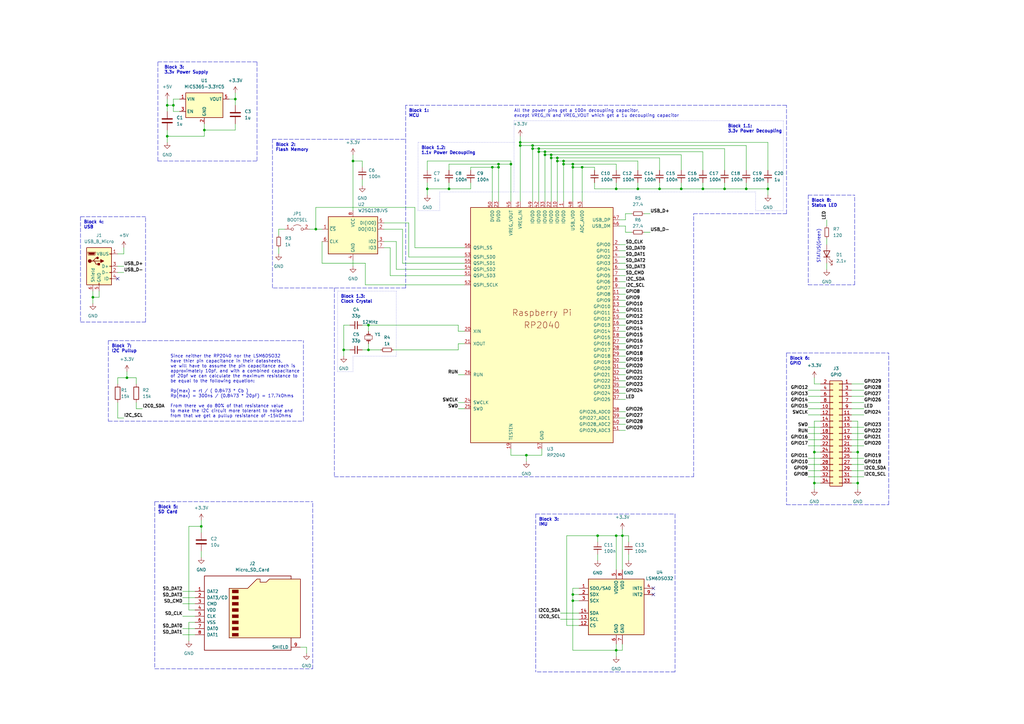
<source format=kicad_sch>
(kicad_sch (version 20211123) (generator eeschema)
  (paper "A3")
  (title_block (title "Ms Baker Prototype") (date "2022-08-19") (rev "3"))
  (junction (at 38.1 121.92))
  (junction (at 252.73 266.7))
  (junction (at 218.44 59.69))
  (junction (at 96.52 40.64))
  (junction (at 204.47 68.58))
  (junction (at 234.95 67.31))
  (junction (at 306.07 77.47))
  (junction (at 270.51 77.47))
  (junction (at 213.36 58.42))
  (junction (at 226.06 64.77))
  (junction (at 129.54 93.98))
  (junction (at 297.18 77.47))
  (junction (at 279.4 77.47))
  (junction (at 71.12 43.18))
  (junction (at 52.07 154.94))
  (junction (at 140.97 143.51))
  (junction (at 228.6 66.04))
  (junction (at 175.26 77.47))
  (junction (at 83.82 53.34))
  (junction (at 184.15 77.47))
  (junction (at 245.11 219.71))
  (junction (at 238.76 68.58))
  (junction (at 223.52 63.5))
  (junction (at 213.36 59.69))
  (junction (at 351.79 198.12))
  (junction (at 231.14 67.31))
  (junction (at 252.73 77.47))
  (junction (at 144.78 66.04))
  (junction (at 255.27 219.71))
  (junction (at 334.01 198.12))
  (junction (at 201.93 68.58))
  (junction (at 218.44 60.96))
  (junction (at 351.79 185.42))
  (junction (at 234.95 243.84))
  (junction (at 252.73 219.71))
  (junction (at 204.47 67.31))
  (junction (at 82.55 215.9))
  (junction (at 288.29 77.47))
  (junction (at 261.62 77.47))
  (junction (at 151.13 133.35))
  (junction (at 209.55 67.31))
  (junction (at 334.01 185.42))
  (junction (at 234.95 68.58))
  (junction (at 68.58 55.88))
  (junction (at 234.95 246.38))
  (junction (at 228.6 64.77))
  (junction (at 314.96 77.47))
  (junction (at 231.14 66.04))
  (junction (at 220.98 60.96))
  (junction (at 223.52 62.23))
  (junction (at 151.13 143.51))
  (junction (at 220.98 62.23))
  (junction (at 215.9 186.69))
  (junction (at 68.58 43.18))
  (junction (at 226.06 63.5))
  (no_connect (at 48.26 114.3))
  (no_connect (at 267.97 241.3))
  (no_connect (at 267.97 243.84))
  (polyline (pts (xy 111.76 118.11) (xy 111.76 57.15)))
  (wire (pts (xy 144.78 66.04) (xy 148.59 66.04)))
  (wire (pts (xy 331.47 182.88) (xy 336.55 182.88)))
  (wire (pts (xy 349.25 170.18) (xy 354.33 170.18)))
  (wire (pts (xy 215.9 186.69) (xy 215.9 189.23)))
  (wire (pts (xy 255.27 217.17) (xy 255.27 219.71)))
  (wire (pts (xy 140.97 143.51) (xy 143.51 143.51)))
  (polyline (pts (xy 331.47 116.84) (xy 350.52 116.84)))
  (wire (pts (xy 201.93 82.55) (xy 201.93 68.58)))
  (wire (pts (xy 55.88 165.1) (xy 55.88 167.64)))
  (wire (pts (xy 252.73 74.93) (xy 252.73 77.47)))
  (wire (pts (xy 167.64 105.41) (xy 190.5 105.41)))
  (wire (pts (xy 306.07 59.69) (xy 306.07 69.85)))
  (wire (pts (xy 160.02 101.6) (xy 160.02 113.03)))
  (wire (pts (xy 149.86 116.84) (xy 190.5 116.84)))
  (wire (pts (xy 114.3 93.98) (xy 114.3 96.52)))
  (wire (pts (xy 254 120.65) (xy 256.54 120.65)))
  (wire (pts (xy 116.84 93.98) (xy 114.3 93.98)))
  (wire (pts (xy 220.98 60.96) (xy 297.18 60.96)))
  (polyline (pts (xy 219.71 210.82) (xy 276.86 210.82)))
  (wire (pts (xy 223.52 82.55) (xy 223.52 63.5)))
  (wire (pts (xy 228.6 82.55) (xy 228.6 66.04)))
  (wire (pts (xy 68.58 55.88) (xy 68.58 58.42)))
  (wire (pts (xy 222.25 186.69) (xy 215.9 186.69)))
  (polyline (pts (xy 364.49 207.01) (xy 364.49 144.78)))
  (wire (pts (xy 209.55 186.69) (xy 209.55 184.15)))
  (wire (pts (xy 204.47 68.58) (xy 204.47 67.31)))
  (polyline (pts (xy 64.77 66.04) (xy 105.41 66.04)))
  (wire (pts (xy 226.06 64.77) (xy 226.06 63.5)))
  (polyline (pts (xy 180.34 86.36) (xy 180.34 78.74)) (stroke (width 0) (type dot)))
  (wire (pts (xy 162.56 99.06) (xy 162.56 110.49)))
  (wire (pts (xy 148.59 66.04) (xy 148.59 68.58)))
  (wire (pts (xy 68.58 43.18) (xy 71.12 43.18)))
  (wire (pts (xy 96.52 38.1) (xy 96.52 40.64)))
  (wire (pts (xy 254 100.33) (xy 256.54 100.33)))
  (polyline (pts (xy 321.31 49.53) (xy 210.82 49.53)) (stroke (width 0) (type dot)))
  (wire (pts (xy 334.01 185.42) (xy 334.01 172.72)))
  (wire (pts (xy 261.62 74.93) (xy 261.62 77.47)))
  (wire (pts (xy 73.66 45.72) (xy 71.12 45.72)))
  (wire (pts (xy 215.9 186.69) (xy 209.55 186.69)))
  (wire (pts (xy 157.48 91.44) (xy 167.64 91.44)))
  (wire (pts (xy 187.96 140.97) (xy 190.5 140.97)))
  (wire (pts (xy 255.27 233.68) (xy 255.27 219.71)))
  (polyline (pts (xy 138.43 152.4) (xy 144.78 152.4)) (stroke (width 0) (type dot)))
  (wire (pts (xy 254 176.53) (xy 256.54 176.53)))
  (wire (pts (xy 209.55 67.31) (xy 209.55 66.04)))
  (wire (pts (xy 114.3 101.6) (xy 114.3 104.14)))
  (wire (pts (xy 252.73 266.7) (xy 252.73 269.24)))
  (wire (pts (xy 82.55 215.9) (xy 82.55 218.44)))
  (polyline (pts (xy 284.48 87.63) (xy 322.58 87.63)))
  (wire (pts (xy 314.96 58.42) (xy 213.36 58.42)))
  (wire (pts (xy 229.87 251.46) (xy 237.49 251.46)))
  (wire (pts (xy 349.25 157.48) (xy 354.33 157.48)))
  (polyline (pts (xy 180.34 78.74) (xy 210.82 78.74)) (stroke (width 0) (type dot)))
  (wire (pts (xy 255.27 219.71) (xy 257.81 219.71)))
  (wire (pts (xy 48.26 111.76) (xy 50.8 111.76)))
  (wire (pts (xy 254 153.67) (xy 256.54 153.67)))
  (wire (pts (xy 48.26 154.94) (xy 52.07 154.94)))
  (wire (pts (xy 184.15 67.31) (xy 184.15 69.85)))
  (wire (pts (xy 132.08 107.95) (xy 149.86 107.95)))
  (wire (pts (xy 334.01 198.12) (xy 334.01 200.66)))
  (polyline (pts (xy 171.45 86.36) (xy 180.34 86.36)) (stroke (width 0) (type dot)))
  (wire (pts (xy 220.98 82.55) (xy 220.98 62.23)))
  (wire (pts (xy 254 115.57) (xy 256.54 115.57)))
  (wire (pts (xy 71.12 45.72) (xy 71.12 43.18)))
  (wire (pts (xy 349.25 193.04) (xy 354.33 193.04)))
  (wire (pts (xy 223.52 63.5) (xy 223.52 62.23)))
  (wire (pts (xy 254 146.05) (xy 256.54 146.05)))
  (wire (pts (xy 254 143.51) (xy 256.54 143.51)))
  (wire (pts (xy 40.64 119.38) (xy 40.64 121.92)))
  (wire (pts (xy 144.78 106.68) (xy 144.78 109.22)))
  (wire (pts (xy 254 161.29) (xy 256.54 161.29)))
  (wire (pts (xy 351.79 185.42) (xy 351.79 172.72)))
  (wire (pts (xy 184.15 77.47) (xy 175.26 77.47)))
  (wire (pts (xy 165.1 93.98) (xy 165.1 107.95)))
  (wire (pts (xy 187.96 135.89) (xy 190.5 135.89)))
  (wire (pts (xy 48.26 104.14) (xy 50.8 104.14)))
  (wire (pts (xy 254 128.27) (xy 256.54 128.27)))
  (wire (pts (xy 50.8 171.45) (xy 48.26 171.45)))
  (wire (pts (xy 209.55 82.55) (xy 209.55 67.31)))
  (polyline (pts (xy 63.5 205.74) (xy 128.27 205.74)))
  (wire (pts (xy 339.09 97.79) (xy 339.09 100.33)))
  (wire (pts (xy 243.84 77.47) (xy 252.73 77.47)))
  (wire (pts (xy 231.14 67.31) (xy 231.14 66.04)))
  (wire (pts (xy 204.47 67.31) (xy 184.15 67.31)))
  (wire (pts (xy 351.79 185.42) (xy 349.25 185.42)))
  (polyline (pts (xy 64.77 66.04) (xy 64.77 25.4)))
  (wire (pts (xy 48.26 171.45) (xy 48.26 165.1)))
  (wire (pts (xy 144.78 63.5) (xy 144.78 66.04)))
  (wire (pts (xy 129.54 93.98) (xy 129.54 85.09)))
  (wire (pts (xy 74.93 257.81) (xy 80.01 257.81)))
  (wire (pts (xy 213.36 59.69) (xy 213.36 82.55)))
  (wire (pts (xy 74.93 252.73) (xy 80.01 252.73)))
  (polyline (pts (xy 321.31 86.36) (xy 321.31 49.53)) (stroke (width 0) (type dot)))
  (polyline (pts (xy 166.37 118.11) (xy 111.76 118.11)))
  (wire (pts (xy 148.59 143.51) (xy 151.13 143.51)))
  (wire (pts (xy 331.47 175.26) (xy 336.55 175.26)))
  (wire (pts (xy 261.62 66.04) (xy 261.62 69.85)))
  (wire (pts (xy 223.52 63.5) (xy 226.06 63.5)))
  (wire (pts (xy 125.73 265.43) (xy 125.73 267.97)))
  (wire (pts (xy 254 140.97) (xy 256.54 140.97)))
  (wire (pts (xy 231.14 82.55) (xy 231.14 67.31)))
  (wire (pts (xy 226.06 64.77) (xy 228.6 64.77)))
  (wire (pts (xy 228.6 66.04) (xy 228.6 64.77)))
  (polyline (pts (xy 144.78 146.05) (xy 162.56 146.05)) (stroke (width 0) (type dot)))
  (wire (pts (xy 331.47 167.64) (xy 336.55 167.64)))
  (wire (pts (xy 157.48 101.6) (xy 160.02 101.6)))
  (polyline (pts (xy 33.02 132.08) (xy 59.69 132.08)))
  (wire (pts (xy 55.88 154.94) (xy 55.88 157.48)))
  (wire (pts (xy 264.16 87.63) (xy 266.7 87.63)))
  (wire (pts (xy 256.54 95.25) (xy 259.08 95.25)))
  (polyline (pts (xy 162.56 146.05) (xy 162.56 119.38)) (stroke (width 0) (type dot)))
  (wire (pts (xy 38.1 119.38) (xy 38.1 121.92)))
  (polyline (pts (xy 284.48 195.58) (xy 284.48 87.63)))
  (polyline (pts (xy 111.76 57.15) (xy 166.37 57.15)))
  (wire (pts (xy 257.81 227.33) (xy 257.81 229.87)))
  (wire (pts (xy 234.95 68.58) (xy 234.95 67.31)))
  (wire (pts (xy 331.47 180.34) (xy 336.55 180.34)))
  (wire (pts (xy 74.93 247.65) (xy 80.01 247.65)))
  (wire (pts (xy 157.48 93.98) (xy 165.1 93.98)))
  (wire (pts (xy 83.82 53.34) (xy 83.82 55.88)))
  (wire (pts (xy 71.12 43.18) (xy 71.12 40.64)))
  (wire (pts (xy 140.97 143.51) (xy 140.97 133.35)))
  (wire (pts (xy 38.1 121.92) (xy 38.1 124.46)))
  (wire (pts (xy 270.51 77.47) (xy 279.4 77.47)))
  (polyline (pts (xy 44.45 139.7) (xy 124.46 139.7)))
  (wire (pts (xy 209.55 66.04) (xy 175.26 66.04)))
  (wire (pts (xy 77.47 255.27) (xy 77.47 262.89)))
  (wire (pts (xy 238.76 82.55) (xy 238.76 68.58)))
  (wire (pts (xy 68.58 53.34) (xy 68.58 55.88)))
  (wire (pts (xy 331.47 195.58) (xy 336.55 195.58)))
  (wire (pts (xy 234.95 243.84) (xy 234.95 246.38)))
  (polyline (pts (xy 33.02 88.9) (xy 59.69 88.9)))
  (wire (pts (xy 339.09 107.95) (xy 339.09 110.49)))
  (wire (pts (xy 123.19 265.43) (xy 125.73 265.43)))
  (wire (pts (xy 223.52 62.23) (xy 288.29 62.23)))
  (wire (pts (xy 50.8 104.14) (xy 50.8 101.6)))
  (wire (pts (xy 161.29 143.51) (xy 187.96 143.51)))
  (wire (pts (xy 254 90.17) (xy 256.54 90.17)))
  (wire (pts (xy 334.01 157.48) (xy 336.55 157.48)))
  (wire (pts (xy 167.64 91.44) (xy 167.64 105.41)))
  (wire (pts (xy 264.16 95.25) (xy 266.7 95.25)))
  (wire (pts (xy 151.13 143.51) (xy 151.13 140.97)))
  (wire (pts (xy 151.13 143.51) (xy 156.21 143.51)))
  (wire (pts (xy 213.36 55.88) (xy 213.36 58.42)))
  (wire (pts (xy 96.52 53.34) (xy 83.82 53.34)))
  (wire (pts (xy 349.25 165.1) (xy 354.33 165.1)))
  (wire (pts (xy 256.54 92.71) (xy 256.54 95.25)))
  (wire (pts (xy 77.47 215.9) (xy 82.55 215.9)))
  (wire (pts (xy 82.55 213.36) (xy 82.55 215.9)))
  (wire (pts (xy 331.47 193.04) (xy 336.55 193.04)))
  (polyline (pts (xy 210.82 49.53) (xy 210.82 78.74)) (stroke (width 0) (type dot)))
  (wire (pts (xy 314.96 77.47) (xy 314.96 80.01)))
  (polyline (pts (xy 64.77 25.4) (xy 105.41 25.4)))
  (wire (pts (xy 306.07 77.47) (xy 306.07 74.93)))
  (wire (pts (xy 297.18 60.96) (xy 297.18 69.85)))
  (polyline (pts (xy 162.56 119.38) (xy 138.43 119.38)) (stroke (width 0) (type dot)))
  (wire (pts (xy 187.96 143.51) (xy 187.96 140.97)))
  (wire (pts (xy 252.73 219.71) (xy 255.27 219.71)))
  (wire (pts (xy 254 133.35) (xy 256.54 133.35)))
  (wire (pts (xy 314.96 69.85) (xy 314.96 58.42)))
  (wire (pts (xy 254 125.73) (xy 256.54 125.73)))
  (wire (pts (xy 349.25 180.34) (xy 354.33 180.34)))
  (wire (pts (xy 231.14 67.31) (xy 234.95 67.31)))
  (wire (pts (xy 80.01 255.27) (xy 77.47 255.27)))
  (wire (pts (xy 254 135.89) (xy 256.54 135.89)))
  (wire (pts (xy 170.18 85.09) (xy 170.18 101.6)))
  (wire (pts (xy 149.86 107.95) (xy 149.86 116.84)))
  (wire (pts (xy 80.01 250.19) (xy 77.47 250.19)))
  (wire (pts (xy 151.13 133.35) (xy 187.96 133.35)))
  (wire (pts (xy 255.27 264.16) (xy 255.27 266.7)))
  (wire (pts (xy 334.01 157.48) (xy 334.01 154.94)))
  (wire (pts (xy 234.95 82.55) (xy 234.95 68.58)))
  (wire (pts (xy 334.01 198.12) (xy 334.01 185.42)))
  (wire (pts (xy 331.47 162.56) (xy 336.55 162.56)))
  (wire (pts (xy 238.76 68.58) (xy 243.84 68.58)))
  (wire (pts (xy 288.29 74.93) (xy 288.29 77.47)))
  (polyline (pts (xy 166.37 43.18) (xy 166.37 57.15)))
  (wire (pts (xy 297.18 77.47) (xy 306.07 77.47)))
  (polyline (pts (xy 350.52 116.84) (xy 350.52 80.01)))
  (wire (pts (xy 306.07 77.47) (xy 314.96 77.47)))
  (wire (pts (xy 160.02 113.03) (xy 190.5 113.03)))
  (wire (pts (xy 96.52 50.8) (xy 96.52 53.34)))
  (polyline (pts (xy 105.41 25.4) (xy 105.41 66.04)))
  (wire (pts (xy 184.15 74.93) (xy 184.15 77.47)))
  (wire (pts (xy 331.47 170.18) (xy 336.55 170.18)))
  (polyline (pts (xy 322.58 87.63) (xy 322.58 43.18)))
  (wire (pts (xy 226.06 82.55) (xy 226.06 64.77)))
  (wire (pts (xy 228.6 64.77) (xy 270.51 64.77)))
  (wire (pts (xy 83.82 55.88) (xy 68.58 55.88)))
  (wire (pts (xy 254 92.71) (xy 256.54 92.71)))
  (wire (pts (xy 331.47 187.96) (xy 336.55 187.96)))
  (wire (pts (xy 68.58 45.72) (xy 68.58 43.18)))
  (wire (pts (xy 254 130.81) (xy 256.54 130.81)))
  (wire (pts (xy 175.26 77.47) (xy 175.26 80.01)))
  (polyline (pts (xy 128.27 274.32) (xy 128.27 205.74)))
  (wire (pts (xy 349.25 160.02) (xy 354.33 160.02)))
  (polyline (pts (xy 124.46 172.72) (xy 124.46 139.7)))
  (wire (pts (xy 71.12 40.64) (xy 73.66 40.64)))
  (wire (pts (xy 349.25 182.88) (xy 354.33 182.88)))
  (wire (pts (xy 229.87 254) (xy 237.49 254)))
  (wire (pts (xy 129.54 85.09) (xy 170.18 85.09)))
  (wire (pts (xy 237.49 256.54) (xy 232.41 256.54)))
  (wire (pts (xy 157.48 99.06) (xy 162.56 99.06)))
  (polyline (pts (xy 276.86 210.82) (xy 276.86 275.59)))
  (wire (pts (xy 349.25 190.5) (xy 354.33 190.5)))
  (wire (pts (xy 252.73 233.68) (xy 252.73 219.71)))
  (polyline (pts (xy 59.69 132.08) (xy 59.69 88.9)))
  (wire (pts (xy 222.25 184.15) (xy 222.25 186.69)))
  (wire (pts (xy 204.47 67.31) (xy 209.55 67.31)))
  (wire (pts (xy 254 113.03) (xy 256.54 113.03)))
  (polyline (pts (xy 33.02 88.9) (xy 33.02 132.08)))
  (wire (pts (xy 232.41 256.54) (xy 232.41 219.71)))
  (wire (pts (xy 77.47 250.19) (xy 77.47 215.9)))
  (wire (pts (xy 193.04 68.58) (xy 193.04 69.85)))
  (wire (pts (xy 74.93 245.11) (xy 80.01 245.11)))
  (polyline (pts (xy 322.58 144.78) (xy 364.49 144.78)))
  (wire (pts (xy 254 148.59) (xy 256.54 148.59)))
  (polyline (pts (xy 44.45 139.7) (xy 44.45 172.72)))
  (wire (pts (xy 349.25 162.56) (xy 354.33 162.56)))
  (wire (pts (xy 55.88 167.64) (xy 58.42 167.64)))
  (wire (pts (xy 334.01 198.12) (xy 336.55 198.12)))
  (wire (pts (xy 243.84 74.93) (xy 243.84 77.47)))
  (wire (pts (xy 213.36 59.69) (xy 218.44 59.69)))
  (wire (pts (xy 68.58 40.64) (xy 68.58 43.18)))
  (polyline (pts (xy 309.88 86.36) (xy 321.31 86.36)) (stroke (width 0) (type dot)))
  (polyline (pts (xy 44.45 172.72) (xy 124.46 172.72)))
  (wire (pts (xy 151.13 133.35) (xy 151.13 135.89)))
  (wire (pts (xy 201.93 68.58) (xy 193.04 68.58)))
  (polyline (pts (xy 219.71 210.82) (xy 219.71 275.59)))
  (wire (pts (xy 256.54 87.63) (xy 259.08 87.63)))
  (wire (pts (xy 226.06 63.5) (xy 279.4 63.5)))
  (wire (pts (xy 254 173.99) (xy 256.54 173.99)))
  (wire (pts (xy 232.41 219.71) (xy 245.11 219.71)))
  (wire (pts (xy 254 123.19) (xy 256.54 123.19)))
  (wire (pts (xy 187.96 165.1) (xy 190.5 165.1)))
  (wire (pts (xy 148.59 73.66) (xy 148.59 76.2)))
  (wire (pts (xy 237.49 241.3) (xy 234.95 241.3)))
  (wire (pts (xy 187.96 153.67) (xy 190.5 153.67)))
  (wire (pts (xy 132.08 99.06) (xy 132.08 107.95)))
  (wire (pts (xy 231.14 66.04) (xy 261.62 66.04)))
  (wire (pts (xy 148.59 133.35) (xy 151.13 133.35)))
  (wire (pts (xy 351.79 198.12) (xy 351.79 200.66)))
  (wire (pts (xy 254 107.95) (xy 256.54 107.95)))
  (wire (pts (xy 254 102.87) (xy 256.54 102.87)))
  (wire (pts (xy 351.79 172.72) (xy 349.25 172.72)))
  (wire (pts (xy 349.25 177.8) (xy 354.33 177.8)))
  (wire (pts (xy 127 93.98) (xy 129.54 93.98)))
  (wire (pts (xy 218.44 60.96) (xy 218.44 59.69)))
  (wire (pts (xy 218.44 59.69) (xy 306.07 59.69)))
  (wire (pts (xy 234.95 241.3) (xy 234.95 243.84)))
  (wire (pts (xy 74.93 260.35) (xy 80.01 260.35)))
  (wire (pts (xy 279.4 74.93) (xy 279.4 77.47)))
  (wire (pts (xy 228.6 66.04) (xy 231.14 66.04)))
  (wire (pts (xy 140.97 146.05) (xy 140.97 143.51)))
  (wire (pts (xy 48.26 154.94) (xy 48.26 157.48)))
  (polyline (pts (xy 331.47 80.01) (xy 331.47 116.84)))
  (polyline (pts (xy 322.58 207.01) (xy 364.49 207.01)))
  (wire (pts (xy 187.96 133.35) (xy 187.96 135.89)))
  (wire (pts (xy 334.01 185.42) (xy 336.55 185.42)))
  (wire (pts (xy 193.04 74.93) (xy 193.04 77.47)))
  (wire (pts (xy 96.52 40.64) (xy 93.98 40.64)))
  (wire (pts (xy 218.44 60.96) (xy 220.98 60.96)))
  (wire (pts (xy 314.96 77.47) (xy 314.96 74.93)))
  (polyline (pts (xy 166.37 57.15) (xy 166.37 118.11)))
  (wire (pts (xy 175.26 77.47) (xy 175.26 74.93)))
  (wire (pts (xy 234.95 67.31) (xy 252.73 67.31)))
  (wire (pts (xy 270.51 64.77) (xy 270.51 69.85)))
  (wire (pts (xy 270.51 74.93) (xy 270.51 77.47)))
  (wire (pts (xy 52.07 152.4) (xy 52.07 154.94)))
  (wire (pts (xy 252.73 219.71) (xy 245.11 219.71)))
  (wire (pts (xy 220.98 62.23) (xy 220.98 60.96)))
  (wire (pts (xy 254 138.43) (xy 256.54 138.43)))
  (polyline (pts (xy 331.47 80.01) (xy 350.52 80.01)))
  (wire (pts (xy 255.27 266.7) (xy 252.73 266.7)))
  (wire (pts (xy 234.95 246.38) (xy 237.49 246.38)))
  (wire (pts (xy 351.79 198.12) (xy 351.79 185.42)))
  (wire (pts (xy 254 105.41) (xy 256.54 105.41)))
  (wire (pts (xy 234.95 266.7) (xy 252.73 266.7)))
  (polyline (pts (xy 137.16 118.11) (xy 137.16 195.58)))
  (wire (pts (xy 245.11 227.33) (xy 245.11 229.87)))
  (wire (pts (xy 252.73 77.47) (xy 261.62 77.47)))
  (polyline (pts (xy 276.86 275.59) (xy 219.71 275.59)))
  (wire (pts (xy 254 158.75) (xy 256.54 158.75)))
  (wire (pts (xy 170.18 101.6) (xy 190.5 101.6)))
  (wire (pts (xy 48.26 109.22) (xy 50.8 109.22)))
  (wire (pts (xy 220.98 62.23) (xy 223.52 62.23)))
  (polyline (pts (xy 210.82 58.42) (xy 171.45 58.42)) (stroke (width 0) (type dot)))
  (polyline (pts (xy 171.45 58.42) (xy 171.45 86.36)) (stroke (width 0) (type dot)))
  (wire (pts (xy 193.04 77.47) (xy 184.15 77.47)))
  (polyline (pts (xy 137.16 195.58) (xy 284.48 195.58)))
  (wire (pts (xy 349.25 187.96) (xy 354.33 187.96)))
  (wire (pts (xy 279.4 63.5) (xy 279.4 69.85)))
  (wire (pts (xy 74.93 242.57) (xy 80.01 242.57)))
  (wire (pts (xy 144.78 86.36) (xy 144.78 66.04)))
  (wire (pts (xy 83.82 50.8) (xy 83.82 53.34)))
  (wire (pts (xy 96.52 40.64) (xy 96.52 43.18)))
  (wire (pts (xy 254 110.49) (xy 256.54 110.49)))
  (wire (pts (xy 204.47 82.55) (xy 204.47 68.58)))
  (wire (pts (xy 254 163.83) (xy 256.54 163.83)))
  (wire (pts (xy 297.18 74.93) (xy 297.18 77.47)))
  (wire (pts (xy 213.36 58.42) (xy 213.36 59.69)))
  (polyline (pts (xy 144.78 152.4) (xy 144.78 146.05)) (stroke (width 0) (type dot)))
  (polyline (pts (xy 63.5 274.32) (xy 128.27 274.32)))
  (wire (pts (xy 288.29 77.47) (xy 297.18 77.47)))
  (wire (pts (xy 288.29 62.23) (xy 288.29 69.85)))
  (wire (pts (xy 331.47 160.02) (xy 336.55 160.02)))
  (wire (pts (xy 162.56 110.49) (xy 190.5 110.49)))
  (wire (pts (xy 218.44 82.55) (xy 218.44 60.96)))
  (polyline (pts (xy 309.88 78.74) (xy 309.88 86.36)) (stroke (width 0) (type dot)))
  (wire (pts (xy 261.62 77.47) (xy 270.51 77.47)))
  (wire (pts (xy 331.47 190.5) (xy 336.55 190.5)))
  (wire (pts (xy 349.25 198.12) (xy 351.79 198.12)))
  (wire (pts (xy 165.1 107.95) (xy 190.5 107.95)))
  (wire (pts (xy 349.25 195.58) (xy 354.33 195.58)))
  (wire (pts (xy 254 171.45) (xy 256.54 171.45)))
  (wire (pts (xy 201.93 68.58) (xy 204.47 68.58)))
  (wire (pts (xy 334.01 172.72) (xy 336.55 172.72)))
  (wire (pts (xy 234.95 68.58) (xy 238.76 68.58)))
  (wire (pts (xy 279.4 77.47) (xy 288.29 77.47)))
  (wire (pts (xy 256.54 90.17) (xy 256.54 87.63)))
  (wire (pts (xy 339.09 90.17) (xy 339.09 92.71)))
  (wire (pts (xy 82.55 226.06) (xy 82.55 228.6)))
  (wire (pts (xy 252.73 67.31) (xy 252.73 69.85)))
  (wire (pts (xy 187.96 167.64) (xy 190.5 167.64)))
  (wire (pts (xy 254 151.13) (xy 256.54 151.13)))
  (wire (pts (xy 129.54 93.98) (xy 132.08 93.98)))
  (polyline (pts (xy 63.5 205.74) (xy 63.5 274.32)))
  (wire (pts (xy 331.47 165.1) (xy 336.55 165.1)))
  (wire (pts (xy 40.64 121.92) (xy 38.1 121.92)))
  (wire (pts (xy 254 156.21) (xy 256.54 156.21)))
  (wire (pts (xy 349.25 167.64) (xy 354.33 167.64)))
  (wire (pts (xy 254 118.11) (xy 256.54 118.11)))
  (polyline (pts (xy 322.58 43.18) (xy 166.37 43.18)))
  (polyline (pts (xy 138.43 119.38) (xy 138.43 152.4)) (stroke (width 0) (type dot)))
  (wire (pts (xy 252.73 264.16) (xy 252.73 266.7)))
  (wire (pts (xy 245.11 219.71) (xy 245.11 222.25)))
  (wire (pts (xy 349.25 175.26) (xy 354.33 175.26)))
  (wire (pts (xy 331.47 177.8) (xy 336.55 177.8)))
  (wire (pts (xy 52.07 154.94) (xy 55.88 154.94)))
  (wire (pts (xy 175.26 66.04) (xy 175.26 69.85)))
  (wire (pts (xy 243.84 68.58) (xy 243.84 69.85)))
  (wire (pts (xy 257.81 219.71) (xy 257.81 222.25)))
  (wire (pts (xy 140.97 133.35) (xy 143.51 133.35)))
  (wire (pts (xy 234.95 243.84) (xy 237.49 243.84)))
  (polyline (pts (xy 322.58 144.78) (xy 322.58 207.01)))
  (polyline (pts (xy 210.82 78.74) (xy 309.88 78.74)) (stroke (width 0) (type dot)))
  (wire (pts (xy 254 168.91) (xy 256.54 168.91)))
  (wire (pts (xy 234.95 246.38) (xy 234.95 266.7)))
  (text "Since neither the RP2040 nor the LSM6DSO32\nhave thier pin capacitance in their datasheets,\nwe will have to assume the pin capacitance each is\napproximately 10pf, and with a combined capacitance\nof 20pf we can calculate the maximum resistance to\nbe equal to the following equation:\n\nRp(max) = rt / ( 0.8473 * Cb )\nRp(max) = 300ns / (0.8473 * 20pF) = 17.7kOhms\n\nFrom there we do 80% of that resistance value\nto make the I2C circuit more tolerant to noise and\nfrom that we get a pullup resistance of ~15kOhms\n" (at 69.85 171.45 0) (effects (font (size 1.27 1.27)) (justify left bottom)))
  (text "STATUS(Green)" (at 336.55 107.95 90) (effects (font (size 1.27 1.27)) (justify left bottom)))
  (text "Block 1:\nMCU" (at 167.64 48.26 0) (effects (font (size 1.27 1.27) bold) (justify left bottom)))
  (text "Block 3:\nIMU" (at 220.98 215.9 0) (effects (font (size 1.27 1.27) bold) (justify left bottom)))
  (text "Block 3:\n3.3v Power Supply" (at 67.31 30.48 0) (effects (font (size 1.27 1.27) bold) (justify left bottom)))
  (text "Block 4:\nUSB" (at 34.29 93.98 0) (effects (font (size 1.27 1.27) bold) (justify left bottom)))
  (text "Block 5:\nSD Card" (at 64.77 210.82 0) (effects (font (size 1.27 1.27) bold) (justify left bottom)))
  (text "Block 7:\nI2C Pullup" (at 45.72 144.78 0) (effects (font (size 1.27 1.27) bold) (justify left bottom)))
  (text "Block 1.3:\nClock Crystal" (at 139.7 124.46 0) (effects (font (size 1.27 1.27) bold) (justify left bottom)))
  (text "Block 6:\nGPIO" (at 323.85 149.86 0) (effects (font (size 1.27 1.27) bold) (justify left bottom)))
  (text "Block 1.2:\n1.1v Power Decoupling" (at 172.72 63.5 0) (effects (font (size 1.27 1.27) bold) (justify left bottom)))
  (text "Block 1.1:\n3.3v Power Decoupling" (at 298.45 54.61 0) (effects (font (size 1.27 1.27) (thickness 0.254) bold) (justify left bottom)))
  (text "All the power pins get a 100n decoupling capacitor,\nexcept VREG_IN and VREG_VOUT which get a 1u decoupling capacitor" (at 210.82 48.26 0) (effects (font (size 1.27 1.27)) (justify left bottom)))
  (text "Block 8:\nStatus LED" (at 332.74 85.09 0) (effects (font (size 1.27 1.27) bold) (justify left bottom)))
  (text "Block 2:\nFlash Memory" (at 113.03 62.23 0) (effects (font (size 1.27 1.27) bold) (justify left bottom)))
  (label "GPIO15" (at 256.54 138.43 0) (effects (font bold)))
  (label "GPIO29" (at 256.54 176.53 0) (effects (font bold)))
  (label "GPIO24" (at 256.54 161.29 0) (effects (font bold)))
  (label "I2C0_SCL" (at 229.87 254 180) (effects (font bold)))
  (label "SWCLK" (at 187.96 165.1 180) (effects (font bold)))
  (label "GPIO19" (at 354.33 187.96 0) (effects (font bold)))
  (label "GPIO20" (at 256.54 151.13 0) (effects (font bold)))
  (label "GPIO14" (at 256.54 135.89 0) (effects (font bold)))
  (label "GPIO26" (at 256.54 168.91 0) (effects (font bold)))
  (label "GPIO23" (at 354.33 175.26 0) (effects (font bold)))
  (label "GPIO13" (at 331.47 162.56 180) (effects (font bold)))
  (label "I2C0_SDA" (at 354.33 193.04 0) (effects (font bold)))
  (label "I2C0_SCL" (at 354.33 195.58 0) (effects (font bold)))
  (label "GPIO24" (at 354.33 170.18 0) (effects (font bold)))
  (label "GPIO28" (at 256.54 173.99 0) (effects (font bold)))
  (label "GPIO9" (at 331.47 193.04 180) (effects (font bold)))
  (label "I2C_SCL" (at 256.54 118.11 0) (effects (font bold)))
  (label "LED" (at 256.54 163.83 0) (effects (font bold)))
  (label "GPIO18" (at 256.54 146.05 0) (effects (font bold)))
  (label "GPIO22" (at 354.33 177.8 0) (effects (font bold)))
  (label "GPIO16" (at 331.47 180.34 180) (effects (font bold)))
  (label "GPIO28" (at 354.33 160.02 0) (effects (font bold)))
  (label "LED" (at 339.09 90.17 90) (effects (font bold)))
  (label "USB_D+" (at 266.7 87.63 0) (effects (font bold)))
  (label "SD_CMD" (at 74.93 247.65 180) (effects (font bold)))
  (label "SWD" (at 187.96 167.64 180) (effects (font bold)))
  (label "GPIO12" (at 331.47 160.02 180) (effects (font bold)))
  (label "SD_DAT1" (at 74.93 260.35 180) (effects (font bold)))
  (label "I2C_SCL" (at 50.8 171.45 0) (effects (font bold)))
  (label "I2C0_SDA" (at 229.87 251.46 180) (effects (font bold)))
  (label "GPIO12" (at 256.54 130.81 0) (effects (font bold)))
  (label "SD_DAT2" (at 74.93 242.57 180) (effects (font bold)))
  (label "SD_DAT2" (at 256.54 107.95 0) (effects (font bold)))
  (label "SWD" (at 331.47 175.26 180) (effects (font bold)))
  (label "USB_D-" (at 50.8 111.76 0) (effects (font bold)))
  (label "I2C_SDA" (at 256.54 115.57 0) (effects (font bold)))
  (label "GPIO29" (at 354.33 157.48 0) (effects (font bold)))
  (label "SD_CLK" (at 256.54 100.33 0) (effects (font bold)))
  (label "GPIO9" (at 256.54 123.19 0) (effects (font bold)))
  (label "SD_CMD" (at 256.54 113.03 0) (effects (font bold)))
  (label "GPIO26" (at 354.33 165.1 0) (effects (font bold)))
  (label "GPIO20" (at 354.33 182.88 0) (effects (font bold)))
  (label "SD_DAT3" (at 256.54 110.49 0) (effects (font bold)))
  (label "GPIO10" (at 331.47 190.5 180) (effects (font bold)))
  (label "GPIO18" (at 354.33 190.5 0) (effects (font bold)))
  (label "GPIO15" (at 331.47 167.64 180) (effects (font bold)))
  (label "SD_DAT0" (at 74.93 257.81 180) (effects (font bold)))
  (label "GPIO19" (at 256.54 148.59 0) (effects (font bold)))
  (label "GPIO11" (at 331.47 187.96 180) (effects (font bold)))
  (label "GPIO27" (at 256.54 171.45 0) (effects (font bold)))
  (label "RUN" (at 187.96 153.67 180) (effects (font bold)))
  (label "LED" (at 354.33 167.64 0) (effects (font bold)))
  (label "GPIO21" (at 256.54 153.67 0) (effects (font bold)))
  (label "USB_D-" (at 266.7 95.25 0) (effects (font bold)))
  (label "SD_DAT1" (at 256.54 105.41 0) (effects (font bold)))
  (label "GPIO14" (at 331.47 165.1 180) (effects (font bold)))
  (label "GPIO17" (at 331.47 182.88 180) (effects (font bold)))
  (label "I2C0_SDA" (at 58.42 167.64 0) (effects (font bold)))
  (label "GPIO13" (at 256.54 133.35 0) (effects (font bold)))
  (label "GPIO21" (at 354.33 180.34 0) (effects (font bold)))
  (label "USB_D+" (at 50.8 109.22 0) (effects (font bold)))
  (label "GPIO8" (at 256.54 120.65 0) (effects (font bold)))
  (label "SD_DAT3" (at 74.93 245.11 180) (effects (font bold)))
  (label "SWCLK" (at 331.47 170.18 180) (effects (font bold)))
  (label "GPIO16" (at 256.54 140.97 0) (effects (font bold)))
  (label "GPIO27" (at 354.33 162.56 0) (effects (font bold)))
  (label "SD_CLK" (at 74.93 252.73 180) (effects (font bold)))
  (label "GPIO10" (at 256.54 125.73 0) (effects (font bold)))
  (label "GPIO11" (at 256.54 128.27 0) (effects (font bold)))
  (label "RUN" (at 331.47 177.8 180) (effects (font bold)))
  (label "GPIO8" (at 331.47 195.58 180) (effects (font bold)))
  (label "GPIO23" (at 256.54 158.75 0) (effects (font bold)))
  (label "GPIO17" (at 256.54 143.51 0) (effects (font bold)))
  (label "GPIO22" (at 256.54 156.21 0) (effects (font bold)))
  (label "SD_DAT0" (at 256.54 102.87 0) (effects (font bold)))
  (symbol (lib_id "Memory_Flash:W25Q128JVS") (at 144.78 96.52 0) (unit 1)
    (property "Reference" "U2" (at 146.7994 83.82 0) (effects (justify left)))
    (property "Value" "W25Q128JVS" (at 146.7994 86.36 0) (effects (justify left)))
    (property "Footprint" "Package_SO:SOIC-8_5.23x5.23mm_P1.27mm" (effects hide))
    (property "Datasheet" "http://www.winbond.com/resource-files/w25q128jv_dtr%20revc%2003272018%20plus.pdf" (effects hide))
    (property "Cost" "1.95" (effects hide))
    (property "MPN" "W25Q128JVSIM TR" (effects hide))
  )
  (symbol (lib_id "Device:C") (at 82.55 222.25 0) (unit 1)
    (property "Reference" "C2" (at 86.36 220.9799 0) (effects (justify left)))
    (property "Value" "10u" (at 86.36 223.5199 0) (effects (justify left)))
    (property "Footprint" "Capacitor_SMD:C_0603_1608Metric" (effects hide))
    (property "MPN" "C1608X5R0J106K080AE" (effects hide))
    (property "Cost" "0.38" (effects hide))
  )
  (symbol (lib_id "power:GND") (at 245.11 229.87 0) (unit 1)
    (property "Reference" "#PWR0118" (effects hide))
    (property "Value" "GND" (at 245.11 234.95 0))
  )
  (symbol (lib_id "power:GND") (at 257.81 229.87 0) (unit 1)
    (property "Reference" "#PWR0119" (effects hide))
    (property "Value" "GND" (at 257.81 234.95 0))
  )
  (symbol (lib_id "Device:R") (at 55.88 161.29 0) (unit 1)
    (property "Reference" "R2" (at 58.42 160.0199 0) (effects (justify left)))
    (property "Value" "15k" (at 58.42 162.5599 0) (effects (justify left)))
    (property "Footprint" "Resistor_SMD:R_0402_1005Metric" (effects hide))
    (property "Cost" "0.1" (effects hide))
    (property "MPN" "AC0402FR-0715KL" (effects hide))
  )
  (symbol (lib_id "Connector:Micro_SD_Card") (at 102.87 250.19 0) (unit 1)
    (property "Reference" "J2" (at 103.505 231.14 0))
    (property "Value" "Micro_SD_Card" (at 103.505 233.68 0))
    (property "Footprint" "Connector_Card:microSD_HC_Molex_104031-0811" (effects hide))
    (property "Datasheet" "http://katalog.we-online.de/em/datasheet/693072010801.pdf" (effects hide))
    (property "Cost" "2.22" (effects hide))
    (property "MPN" "104031-0811" (effects hide))
  )
  (symbol (lib_id "Device:C_Small") (at 261.62 72.39 0) (unit 1)
    (property "Reference" "C14" (at 264.16 71.1262 0) (effects (justify left)))
    (property "Value" "100n" (at 264.16 73.6662 0) (effects (justify left)))
    (property "Footprint" "Capacitor_SMD:C_0402_1005Metric" (effects hide))
    (property "MPN" "C1005X7R1H104K050BE" (effects hide))
    (property "Cost" "0.2" (effects hide))
  )
  (symbol (lib_id "Device:R") (at 48.26 161.29 0) (unit 1)
    (property "Reference" "R1" (at 49.53 160.02 0) (effects (justify left)))
    (property "Value" "15k" (at 49.53 162.56 0) (effects (justify left)))
    (property "Footprint" "Resistor_SMD:R_0402_1005Metric" (effects hide))
    (property "Cost" "0.1" (effects hide))
    (property "MPN" "AC0402FR-0715KL" (effects hide))
  )
  (symbol (lib_id "power:+5V") (at 68.58 40.64 0) (unit 1)
    (property "Reference" "#PWR0103" (effects hide))
    (property "Value" "+5V" (at 68.58 35.56 0))
  )
  (symbol (lib_id "Device:R_Small") (at 261.62 87.63 90) (unit 1)
    (property "Reference" "R5" (at 261.62 81.28 90))
    (property "Value" "27.4" (at 261.62 83.82 90))
    (property "Footprint" "Resistor_SMD:R_0402_1005Metric" (effects hide))
    (property "Cost" "0.1" (effects hide))
    (property "MPN" "AC0402FR-0727R4L" (effects hide))
  )
  (symbol (lib_id "power:GND") (at 351.79 200.66 0) (unit 1)
    (property "Reference" "#PWR0126" (effects hide))
    (property "Value" "GND" (at 351.79 205.74 0))
  )
  (symbol (lib_id "Device:C_Small") (at 193.04 72.39 0) (unit 1)
    (property "Reference" "C9" (at 195.58 71.1262 0) (effects (justify left)))
    (property "Value" "100n" (at 195.58 73.6662 0) (effects (justify left)))
    (property "Footprint" "Capacitor_SMD:C_0402_1005Metric" (effects hide))
    (property "MPN" "C1005X7R1H104K050BE" (effects hide))
    (property "Cost" "0.2" (effects hide))
  )
  (symbol (lib_id "Device:R_Small") (at 261.62 95.25 90) (unit 1)
    (property "Reference" "R6" (at 261.62 90.17 90))
    (property "Value" "27.4" (at 261.62 92.71 90))
    (property "Footprint" "Resistor_SMD:R_0402_1005Metric" (effects hide))
    (property "Cost" "0.1" (effects hide))
    (property "MPN" "AC0402FR-0727R4L" (effects hide))
  )
  (symbol (lib_id "Regulator_Linear:MIC5365-3.3YC5") (at 83.82 43.18 0) (unit 1)
    (property "Reference" "U1" (at 83.82 33.02 0))
    (property "Value" "MIC5365-3.3YC5" (at 83.82 35.56 0))
    (property "Footprint" "Package_TO_SOT_SMD:SOT-353_SC-70-5" (effects hide))
    (property "Datasheet" "http://ww1.microchip.com/downloads/en/DeviceDoc/mic5365.pdf" (effects hide))
    (property "Cost" "0.19" (effects hide))
    (property "MPN" "MIC5365-3.3YC5-TR" (effects hide))
  )
  (symbol (lib_id "Device:C_Small") (at 243.84 72.39 0) (unit 1)
    (property "Reference" "C10" (at 246.38 71.1262 0) (effects (justify left)))
    (property "Value" "100n" (at 246.38 73.6662 0) (effects (justify left)))
    (property "Footprint" "Capacitor_SMD:C_0402_1005Metric" (effects hide))
    (property "MPN" "C1005X7R1H104K050BE" (effects hide))
    (property "Cost" "0.2" (effects hide))
  )
  (symbol (lib_id "Device:C_Small") (at 279.4 72.39 0) (unit 1)
    (property "Reference" "C16" (at 281.94 71.1262 0) (effects (justify left)))
    (property "Value" "100n" (at 281.94 73.6662 0) (effects (justify left)))
    (property "Footprint" "Capacitor_SMD:C_0402_1005Metric" (effects hide))
    (property "MPN" "C1005X7R1H104K050BE" (effects hide))
    (property "Cost" "0.2" (effects hide))
  )
  (symbol (lib_id "Device:C_Small") (at 245.11 224.79 0) (unit 1)
    (property "Reference" "C11" (at 247.65 223.5262 0) (effects (justify left)))
    (property "Value" "100n" (at 247.65 226.0662 0) (effects (justify left)))
    (property "Footprint" "Capacitor_SMD:C_0402_1005Metric" (effects hide))
    (property "MPN" "C1005X7R1H104K050BE" (effects hide))
    (property "Cost" "0.2" (effects hide))
  )
  (symbol (lib_id "Device:C_Small") (at 146.05 133.35 90) (unit 1)
    (property "Reference" "C4" (at 146.0563 127 90))
    (property "Value" "33p" (at 146.0563 129.54 90))
    (property "Footprint" "Capacitor_SMD:C_0402_1005Metric" (effects hide))
    (property "Cost" "0.1" (effects hide))
    (property "MPN" "CGA2B2C0G1H330J050BA" (effects hide))
  )
  (symbol (lib_id "power:GND") (at 77.47 262.89 0) (unit 1)
    (property "Reference" "#PWR0109" (effects hide))
    (property "Value" "GND" (at 77.47 267.97 0))
  )
  (symbol (lib_id "power:GND") (at 148.59 76.2 0) (unit 1)
    (property "Reference" "#PWR0114" (effects hide))
    (property "Value" "GND" (at 148.59 81.28 0))
  )
  (symbol (lib_id "power:GND") (at 140.97 146.05 0) (unit 1)
    (property "Reference" "#PWR0116" (effects hide))
    (property "Value" "GND" (at 140.97 151.13 0))
  )
  (symbol (lib_id "Connector:USB_B_Micro") (at 40.64 109.22 0) (unit 1)
    (property "Reference" "J1" (at 40.64 96.52 0))
    (property "Value" "USB_B_Micro" (at 40.64 99.06 0))
    (property "Footprint" "Connector_USB:USB_Micro-B_Molex-105017-0001" (effects hide))
    (property "Cost" "0.96" (effects hide))
    (property "MPN" "105017-0001" (effects hide))
  )
  (symbol (lib_id "Connector_Generic:Conn_02x17_Odd_Even") (at 344.17 177.8 0) (mirror y) (unit 1)
    (property "Reference" "J3" (at 342.9 151.13 0))
    (property "Value" "GPIO" (at 342.9 153.67 0))
    (property "Footprint" "msbaker:5055513420" (effects hide))
    (property "MPN" "505551-3420" (effects hide))
    (property "Cost" "1.57" (effects hide))
  )
  (symbol (lib_id "power:GND") (at 339.09 110.49 0) (unit 1)
    (property "Reference" "#PWR0127" (effects hide))
    (property "Value" "GND" (at 339.09 115.57 0))
  )
  (symbol (lib_id "power:GND") (at 252.73 269.24 0) (unit 1)
    (property "Reference" "#PWR0120" (effects hide))
    (property "Value" "GND" (at 252.73 274.32 0))
  )
  (symbol (lib_id "power:+3.3V") (at 144.78 63.5 0) (unit 1)
    (property "Reference" "#PWR0112" (effects hide))
    (property "Value" "+3.3V" (at 144.78 58.42 0))
  )
  (symbol (lib_id "Device:C_Small") (at 314.96 72.39 0) (unit 1)
    (property "Reference" "C20" (at 317.5 71.1262 0) (effects (justify left)))
    (property "Value" "1u" (at 317.5 73.6662 0) (effects (justify left)))
    (property "Footprint" "Capacitor_SMD:C_0402_1005Metric" (effects hide))
    (property "Cost" "0.19" (effects hide))
    (property "MPN" "C1005X5R1E105K050BE" (effects hide))
  )
  (symbol (lib_id "power:GND") (at 125.73 267.97 0) (unit 1)
    (property "Reference" "#PWR0108" (effects hide))
    (property "Value" "GND" (at 125.73 273.05 0))
  )
  (symbol (lib_id "Device:C_Small") (at 252.73 72.39 0) (unit 1)
    (property "Reference" "C12" (at 255.27 71.1262 0) (effects (justify left)))
    (property "Value" "100n" (at 255.27 73.6662 0) (effects (justify left)))
    (property "Footprint" "Capacitor_SMD:C_0402_1005Metric" (effects hide))
    (property "MPN" "C1005X7R1H104K050BE" (effects hide))
    (property "Cost" "0.2" (effects hide))
  )
  (symbol (lib_id "Device:C_Small") (at 146.05 143.51 90) (unit 1)
    (property "Reference" "C5" (at 146.0563 137.16 90))
    (property "Value" "33p" (at 146.0563 139.7 90))
    (property "Footprint" "Capacitor_SMD:C_0402_1005Metric" (effects hide))
    (property "Cost" "0.1" (effects hide))
    (property "MPN" "CGA2B2C0G1H330J050BA" (effects hide))
  )
  (symbol (lib_id "Device:C_Small") (at 270.51 72.39 0) (unit 1)
    (property "Reference" "C15" (at 273.05 71.1262 0) (effects (justify left)))
    (property "Value" "100n" (at 273.05 73.6662 0) (effects (justify left)))
    (property "Footprint" "Capacitor_SMD:C_0402_1005Metric" (effects hide))
    (property "MPN" "C1005X7R1H104K050BE" (effects hide))
    (property "Cost" "0.2" (effects hide))
  )
  (symbol (lib_id "power:GND") (at 215.9 189.23 0) (unit 1)
    (property "Reference" "#PWR0123" (effects hide))
    (property "Value" "GND" (at 215.9 194.31 0))
  )
  (symbol (lib_id "Device:R_Small") (at 339.09 95.25 0) (unit 1)
    (property "Reference" "R7" (at 341.63 93.9799 0) (effects (justify left)))
    (property "Value" "120" (at 341.63 96.5199 0) (effects (justify left)))
    (property "Footprint" "Resistor_SMD:R_0402_1005Metric" (effects hide))
    (property "Cost" "0.1" (effects hide))
    (property "MPN" "AC0402FR-07120RL" (effects hide))
  )
  (symbol (lib_id "Device:C_Small") (at 306.07 72.39 0) (unit 1)
    (property "Reference" "C19" (at 308.61 71.1262 0) (effects (justify left)))
    (property "Value" "100n" (at 308.61 73.6662 0) (effects (justify left)))
    (property "Footprint" "Capacitor_SMD:C_0402_1005Metric" (effects hide))
    (property "MPN" "C1005X7R1H104K050BE" (effects hide))
    (property "Cost" "0.2" (effects hide))
  )
  (symbol (lib_id "power:GND") (at 175.26 80.01 0) (unit 1)
    (property "Reference" "#PWR0113" (effects hide))
    (property "Value" "GND" (at 175.26 85.09 0))
  )
  (symbol (lib_id "Device:C") (at 96.52 46.99 0) (unit 1)
    (property "Reference" "C3" (at 100.33 45.7199 0) (effects (justify left)))
    (property "Value" "1u" (at 100.33 48.2599 0) (effects (justify left)))
    (property "Footprint" "Capacitor_SMD:C_0402_1005Metric" (effects hide))
    (property "Cost" "0.19" (effects hide))
    (property "MPN" "C1005X5R1E105K050BE" (effects hide))
  )
  (symbol (lib_id "Jumper:Jumper_2_Open") (at 121.92 93.98 0) (unit 1)
    (property "Reference" "JP1" (at 121.92 87.63 0))
    (property "Value" "BOOTSEL" (at 121.92 90.17 0))
    (property "Footprint" "Connector_PinHeader_2.54mm:PinHeader_1x02_P2.54mm_Vertical" (effects hide))
  )
  (symbol (lib_id "power:+5V") (at 50.8 101.6 0) (unit 1)
    (property "Reference" "#PWR0106" (effects hide))
    (property "Value" "+5V" (at 50.8 96.52 0))
  )
  (symbol (lib_id "Sensor_Motion:LSM6DS3") (at 252.73 248.92 0) (unit 1)
    (property "Reference" "U4" (at 270.51 234.7212 0))
    (property "Value" "LSM6DSO32" (at 270.51 237.2612 0))
    (property "Footprint" "Package_LGA:LGA-14_3x2.5mm_P0.5mm_LayoutBorder3x4y" (effects hide))
    (property "Datasheet" "www.st.com/resource/en/datasheet/lsm6ds3.pdf" (effects hide))
    (property "Note" "Derived from LSM6DS3 footprint, identical pinout" (effects hide))
    (property "Cost" "5.47" (effects hide))
    (property "MPN" "LSM6DSO32TR" (effects hide))
  )
  (symbol (lib_id "Device:C_Small") (at 175.26 72.39 0) (unit 1)
    (property "Reference" "C7" (at 177.8 71.1262 0) (effects (justify left)))
    (property "Value" "1u" (at 177.8 73.6662 0) (effects (justify left)))
    (property "Footprint" "Capacitor_SMD:C_0402_1005Metric" (effects hide))
    (property "Cost" "0.19" (effects hide))
    (property "MPN" "C1005X5R1E105K050BE" (effects hide))
  )
  (symbol (lib_id "Device:C_Small") (at 257.81 224.79 0) (unit 1)
    (property "Reference" "C13" (at 260.35 223.5262 0) (effects (justify left)))
    (property "Value" "100n" (at 260.35 226.0662 0) (effects (justify left)))
    (property "Footprint" "Capacitor_SMD:C_0402_1005Metric" (effects hide))
    (property "MPN" "C1005X7R1H104K050BE" (effects hide))
    (property "Cost" "0.2" (effects hide))
  )
  (symbol (lib_id "Device:C_Small") (at 148.59 71.12 0) (unit 1)
    (property "Reference" "C6" (at 151.13 69.8562 0) (effects (justify left)))
    (property "Value" "100n" (at 151.13 72.3962 0) (effects (justify left)))
    (property "Footprint" "Capacitor_SMD:C_0402_1005Metric" (effects hide))
    (property "MPN" "C1005X7R1H104K050BE" (effects hide))
    (property "Cost" "0.2" (effects hide))
  )
  (symbol (lib_id "power:GND") (at 82.55 228.6 0) (unit 1)
    (property "Reference" "#PWR0111" (effects hide))
    (property "Value" "GND" (at 82.55 233.68 0))
  )
  (symbol (lib_id "msbaker:RP2040") (at 222.25 133.35 0) (unit 1)
    (property "Reference" "U3" (at 224.2694 184.15 0) (effects (justify left)))
    (property "Value" "RP2040" (at 224.2694 186.69 0) (effects (justify left)))
    (property "Footprint" "RP2040_minimal:RP2040-QFN-56" (effects hide))
    (property "Cost" "1" (effects hide))
    (property "MPN" "RP2040TR13" (effects hide))
  )
  (symbol (lib_id "power:+3.3V") (at 52.07 152.4 0) (unit 1)
    (property "Reference" "#PWR0107" (effects hide))
    (property "Value" "+3.3V" (at 52.07 147.32 0))
  )
  (symbol (lib_id "power:+3.3V") (at 96.52 38.1 0) (unit 1)
    (property "Reference" "#PWR0102" (effects hide))
    (property "Value" "+3.3V" (at 96.52 33.02 0))
  )
  (symbol (lib_id "Device:LED") (at 339.09 104.14 90) (unit 1)
    (property "Reference" "D1" (at 342.9 104.4574 90) (effects (justify right)))
    (property "Value" "2.1v" (at 342.9 106.9974 90) (effects (justify right)))
    (property "Footprint" "LED_SMD:LED_0402_1005Metric" (effects hide))
    (property "MPN" "APHHS1005CGCK" (effects hide))
  )
  (symbol (lib_id "power:GND") (at 144.78 109.22 0) (unit 1)
    (property "Reference" "#PWR0115" (effects hide))
    (property "Value" "GND" (at 144.78 114.3 0))
  )
  (symbol (lib_id "Device:C_Small") (at 184.15 72.39 0) (unit 1)
    (property "Reference" "C8" (at 186.69 71.1262 0) (effects (justify left)))
    (property "Value" "100n" (at 186.69 73.6662 0) (effects (justify left)))
    (property "Footprint" "Capacitor_SMD:C_0402_1005Metric" (effects hide))
    (property "MPN" "C1005X7R1H104K050BE" (effects hide))
    (property "Cost" "0.2" (effects hide))
  )
  (symbol (lib_id "power:+3.3V") (at 255.27 217.17 0) (unit 1)
    (property "Reference" "#PWR0117" (effects hide))
    (property "Value" "+3.3V" (at 255.27 212.09 0))
  )
  (symbol (lib_id "power:GND") (at 68.58 58.42 0) (unit 1)
    (property "Reference" "#PWR0101" (effects hide))
    (property "Value" "GND" (at 68.58 63.5 0))
  )
  (symbol (lib_id "power:+3.3V") (at 334.01 154.94 0) (unit 1)
    (property "Reference" "#PWR0125" (effects hide))
    (property "Value" "+3.3V" (at 334.01 149.86 0))
  )
  (symbol (lib_id "Device:R_Small") (at 158.75 143.51 90) (unit 1)
    (property "Reference" "R4" (at 158.75 138.43 90))
    (property "Value" "1k" (at 158.75 140.97 90))
    (property "Footprint" "Resistor_SMD:R_0402_1005Metric" (effects hide))
    (property "Cost" "0.1" (effects hide))
    (property "MPN" "AC0402FR-071KL" (effects hide))
  )
  (symbol (lib_id "Device:C") (at 68.58 49.53 0) (unit 1)
    (property "Reference" "C1" (at 72.39 48.2599 0) (effects (justify left)))
    (property "Value" "1u" (at 72.39 50.7999 0) (effects (justify left)))
    (property "Footprint" "Capacitor_SMD:C_0402_1005Metric" (effects hide))
    (property "Cost" "0.19" (effects hide))
    (property "MPN" "C1005X5R1E105K050BE" (effects hide))
  )
  (symbol (lib_id "Device:R_Small") (at 114.3 99.06 0) (unit 1)
    (property "Reference" "R3" (at 116.84 97.7899 0) (effects (justify left)))
    (property "Value" "1k" (at 116.84 100.3299 0) (effects (justify left)))
    (property "Footprint" "Resistor_SMD:R_0402_1005Metric" (effects hide))
    (property "Cost" "0.1" (effects hide))
    (property "MPN" "AC0402FR-071KL" (effects hide))
  )
  (symbol (lib_id "power:+3.3V") (at 213.36 55.88 0) (unit 1)
    (property "Reference" "#PWR0121" (effects hide))
    (property "Value" "+3.3V" (at 213.36 50.8 0))
  )
  (symbol (lib_id "Device:C_Small") (at 288.29 72.39 0) (unit 1)
    (property "Reference" "C17" (at 290.83 71.1262 0) (effects (justify left)))
    (property "Value" "100n" (at 290.83 73.6662 0) (effects (justify left)))
    (property "Footprint" "Capacitor_SMD:C_0402_1005Metric" (effects hide))
    (property "MPN" "C1005X7R1H104K050BE" (effects hide))
    (property "Cost" "0.2" (effects hide))
  )
  (symbol (lib_id "power:GND") (at 314.96 80.01 0) (unit 1)
    (property "Reference" "#PWR0122" (effects hide))
    (property "Value" "GND" (at 314.96 85.09 0))
  )
  (symbol (lib_id "Device:C_Small") (at 297.18 72.39 0) (unit 1)
    (property "Reference" "C18" (at 299.72 71.1262 0) (effects (justify left)))
    (property "Value" "100n" (at 299.72 73.6662 0) (effects (justify left)))
    (property "Footprint" "Capacitor_SMD:C_0402_1005Metric" (effects hide))
    (property "MPN" "C1005X7R1H104K050BE" (effects hide))
    (property "Cost" "0.2" (effects hide))
  )
  (symbol (lib_id "Device:Crystal_Small") (at 151.13 138.43 90) (unit 1)
    (property "Reference" "Y1" (at 153.67 137.1599 90) (effects (justify right)))
    (property "Value" "12MHz" (at 148.59 132.08 90) (effects (justify right)))
    (property "Footprint" "Crystal:Crystal_SMD_5032-2Pin_5.0x3.2mm" (effects hide))
    (property "MPN" "445I23D12M00000 " (effects hide))
    (property "Cost" "0.76" (effects hide))
  )
  (symbol (lib_id "power:+3.3V") (at 82.55 213.36 0) (unit 1)
    (property "Reference" "#PWR0110" (effects hide))
    (property "Value" "+3.3V" (at 82.55 208.28 0))
  )
  (symbol (lib_id "power:GND") (at 38.1 124.46 0) (unit 1)
    (property "Reference" "#PWR0105" (effects hide))
    (property "Value" "GND" (at 38.1 129.54 0))
  )
  (symbol (lib_id "power:GND") (at 334.01 200.66 0) (unit 1)
    (property "Reference" "#PWR0124" (effects hide))
    (property "Value" "GND" (at 334.01 205.74 0))
  )
  (symbol (lib_id "power:GND") (at 114.3 104.14 0) (unit 1)
    (property "Reference" "#PWR0104" (effects hide))
    (property "Value" "GND" (at 114.3 109.22 0))
  )
)
</source>
